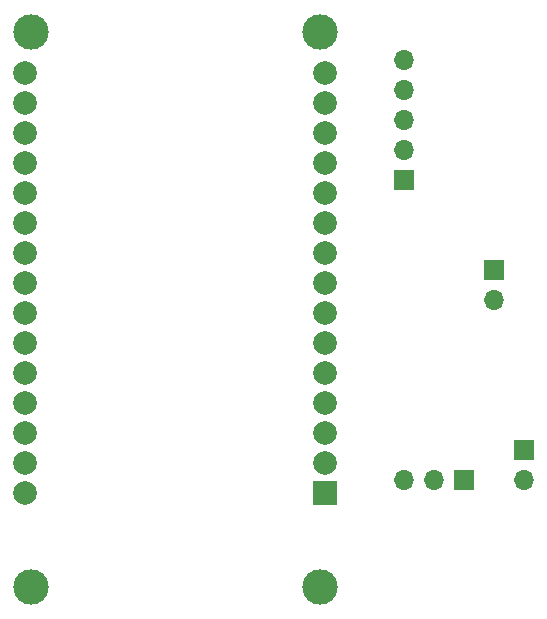
<source format=gbs>
%TF.GenerationSoftware,KiCad,Pcbnew,(6.0.9)*%
%TF.CreationDate,2023-01-15T17:56:17-06:00*%
%TF.ProjectId,URVBuoyancyEngine,55525642-756f-4796-916e-6379456e6769,rev?*%
%TF.SameCoordinates,Original*%
%TF.FileFunction,Soldermask,Bot*%
%TF.FilePolarity,Negative*%
%FSLAX46Y46*%
G04 Gerber Fmt 4.6, Leading zero omitted, Abs format (unit mm)*
G04 Created by KiCad (PCBNEW (6.0.9)) date 2023-01-15 17:56:17*
%MOMM*%
%LPD*%
G01*
G04 APERTURE LIST*
%ADD10R,1.700000X1.700000*%
%ADD11O,1.700000X1.700000*%
%ADD12C,3.000000*%
%ADD13R,2.000000X2.000000*%
%ADD14C,2.000000*%
G04 APERTURE END LIST*
D10*
X106680000Y-88900000D03*
D11*
X106680000Y-91440000D03*
D10*
X99060000Y-81280000D03*
D11*
X99060000Y-71120000D03*
X99060000Y-76200000D03*
X99060000Y-78740000D03*
X99060000Y-73660000D03*
D10*
X109220000Y-104140000D03*
D11*
X109220000Y-106680000D03*
D12*
X67425000Y-68770000D03*
X91935000Y-68770000D03*
X67425000Y-115720000D03*
X91935000Y-115720000D03*
D13*
X92355000Y-107760000D03*
D14*
X92355000Y-105220000D03*
X92355000Y-102680000D03*
X92355000Y-100140000D03*
X92355000Y-97600000D03*
X92355000Y-95060000D03*
X92355000Y-92520000D03*
X92355000Y-89980000D03*
X92355000Y-87440000D03*
X92355000Y-84900000D03*
X92355000Y-82360000D03*
X92355000Y-79820000D03*
X92355000Y-77280000D03*
X92355000Y-74740000D03*
X92355000Y-72200000D03*
X66955000Y-72200000D03*
X66955000Y-74740000D03*
X66955000Y-77280000D03*
X66955000Y-79820000D03*
X66955000Y-82360000D03*
X66955000Y-84900000D03*
X66955000Y-87440000D03*
X66955000Y-89980000D03*
X66955000Y-92520000D03*
X66955000Y-95060000D03*
X66955000Y-97600000D03*
X66955000Y-100140000D03*
X66955000Y-102680000D03*
X66955000Y-105220000D03*
X66955000Y-107760000D03*
D11*
X101600000Y-106680000D03*
D10*
X104140000Y-106680000D03*
D11*
X99060000Y-106680000D03*
M02*

</source>
